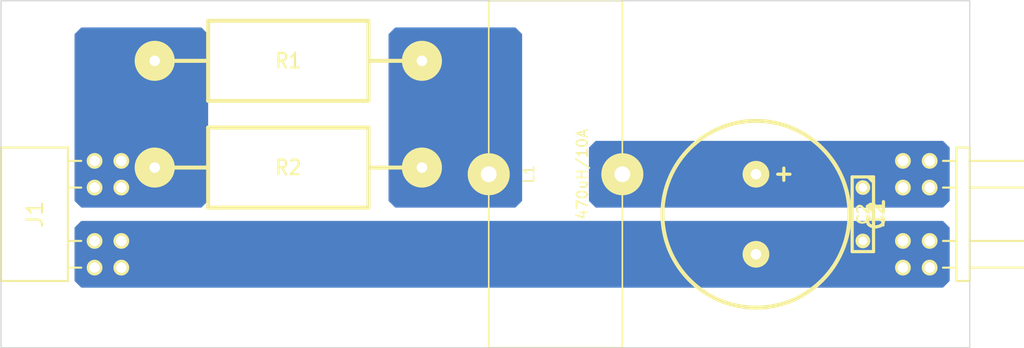
<source format=kicad_pcb>
(kicad_pcb (version 3) (host pcbnew "(2013-07-07 BZR 4022)-stable")

  (general
    (links 22)
    (no_connects 0)
    (area 28.220999 140.640999 128.104 174.319001)
    (thickness 1.6)
    (drawings 4)
    (tracks 28)
    (zones 0)
    (modules 7)
    (nets 5)
  )

  (page A4)
  (layers
    (15 F.Cu signal)
    (0 B.Cu signal)
    (16 B.Adhes user)
    (17 F.Adhes user)
    (18 B.Paste user)
    (19 F.Paste user)
    (20 B.SilkS user)
    (21 F.SilkS user)
    (22 B.Mask user)
    (23 F.Mask user)
    (24 Dwgs.User user)
    (25 Cmts.User user)
    (26 Eco1.User user)
    (27 Eco2.User user)
    (28 Edge.Cuts user)
  )

  (setup
    (last_trace_width 0.254)
    (user_trace_width 0.5)
    (user_trace_width 0.508)
    (user_trace_width 1)
    (user_trace_width 1.5)
    (user_trace_width 2)
    (user_trace_width 3)
    (user_trace_width 4)
    (user_trace_width 5)
    (trace_clearance 0.254)
    (zone_clearance 0.5)
    (zone_45_only no)
    (trace_min 0.254)
    (segment_width 0.2)
    (edge_width 0.1)
    (via_size 0.889)
    (via_drill 0.635)
    (via_min_size 0.889)
    (via_min_drill 0.508)
    (user_via 1.7 0.8)
    (uvia_size 0.508)
    (uvia_drill 0.127)
    (uvias_allowed no)
    (uvia_min_size 0.508)
    (uvia_min_drill 0.127)
    (pcb_text_width 0.3)
    (pcb_text_size 1.5 1.5)
    (mod_edge_width 0.15)
    (mod_text_size 1 1)
    (mod_text_width 0.15)
    (pad_size 2.2 2.2)
    (pad_drill 1.2)
    (pad_to_mask_clearance 0)
    (aux_axis_origin 0 0)
    (visible_elements 7FFFFFFF)
    (pcbplotparams
      (layerselection 3178497)
      (usegerberextensions true)
      (excludeedgelayer true)
      (linewidth 0.150000)
      (plotframeref false)
      (viasonmask false)
      (mode 1)
      (useauxorigin false)
      (hpglpennumber 1)
      (hpglpenspeed 20)
      (hpglpendiameter 15)
      (hpglpenoverlay 2)
      (psnegative false)
      (psa4output false)
      (plotreference true)
      (plotvalue true)
      (plotothertext true)
      (plotinvisibletext false)
      (padsonsilk false)
      (subtractmaskfromsilk false)
      (outputformat 1)
      (mirror false)
      (drillshape 1)
      (scaleselection 1)
      (outputdirectory ""))
  )

  (net 0 "")
  (net 1 GND)
  (net 2 N-000001)
  (net 3 N-000003)
  (net 4 N-000004)

  (net_class Default "This is the default net class."
    (clearance 0.254)
    (trace_width 0.254)
    (via_dia 0.889)
    (via_drill 0.635)
    (uvia_dia 0.508)
    (uvia_drill 0.127)
    (add_net "")
    (add_net GND)
    (add_net N-000001)
    (add_net N-000003)
    (add_net N-000004)
  )

  (module MD-TEST-HDR-M (layer F.Cu) (tedit 54D8F1D0) (tstamp 54D8F214)
    (at 115.57 161.29 90)
    (path /54D8E929)
    (fp_text reference J2 (at 0 -3.81 90) (layer F.SilkS)
      (effects (font (size 1.5 1.5) (thickness 0.2)))
    )
    (fp_text value OUT (at 0 11.43 90) (layer F.SilkS) hide
      (effects (font (size 1.5 1.5) (thickness 0.2)))
    )
    (fp_line (start -6.35 5.08) (end 6.35 5.08) (layer F.SilkS) (width 0.2))
    (fp_line (start -6.35 3.81) (end 6.35 3.81) (layer F.SilkS) (width 0.2))
    (fp_line (start -6.35 5.08) (end -6.35 3.81) (layer F.SilkS) (width 0.2))
    (fp_line (start 6.35 5.08) (end 6.35 3.81) (layer F.SilkS) (width 0.2))
    (fp_line (start -5.08 10.16) (end -5.08 5.08) (layer F.SilkS) (width 0.2))
    (fp_line (start -2.54 10.16) (end -2.54 5.08) (layer F.SilkS) (width 0.2))
    (fp_line (start 2.54 10.16) (end 2.54 5.08) (layer F.SilkS) (width 0.2))
    (fp_line (start 5.08 10.16) (end 5.08 5.08) (layer F.SilkS) (width 0.2))
    (fp_line (start -5.08 3.81) (end -5.08 2.54) (layer F.SilkS) (width 0.2))
    (fp_line (start -2.54 3.81) (end -2.54 2.54) (layer F.SilkS) (width 0.2))
    (fp_line (start 2.54 3.81) (end 2.54 2.54) (layer F.SilkS) (width 0.2))
    (fp_line (start 5.08 3.81) (end 5.08 2.54) (layer F.SilkS) (width 0.2))
    (pad 1 thru_hole circle (at -5.08 1.27 90) (size 1.5 1.5) (drill 1)
      (layers *.Cu *.Mask F.SilkS)
      (net 1 GND)
    )
    (pad 2 thru_hole circle (at -5.08 -1.27 90) (size 1.5 1.5) (drill 1)
      (layers *.Cu *.Mask F.SilkS)
      (net 1 GND)
    )
    (pad 3 thru_hole circle (at -2.54 1.27 90) (size 1.5 1.5) (drill 1)
      (layers *.Cu *.Mask F.SilkS)
      (net 1 GND)
    )
    (pad 4 thru_hole circle (at -2.54 -1.27 90) (size 1.5 1.5) (drill 1)
      (layers *.Cu *.Mask F.SilkS)
      (net 1 GND)
    )
    (pad 7 thru_hole circle (at 2.54 1.27 90) (size 1.5 1.5) (drill 1)
      (layers *.Cu *.Mask F.SilkS)
      (net 3 N-000003)
    )
    (pad 9 thru_hole circle (at 5.08 1.27 90) (size 1.5 1.5) (drill 1)
      (layers *.Cu *.Mask F.SilkS)
      (net 3 N-000003)
    )
    (pad 10 thru_hole circle (at 5.08 -1.27 90) (size 1.5 1.5) (drill 1)
      (layers *.Cu *.Mask F.SilkS)
      (net 3 N-000003)
    )
    (pad 8 thru_hole circle (at 2.54 -1.27 90) (size 1.5 1.5) (drill 1)
      (layers *.Cu *.Mask F.SilkS)
      (net 3 N-000003)
    )
  )

  (module MD-TEST-HDR-F (layer F.Cu) (tedit 54D8E895) (tstamp 54D8F228)
    (at 38.735 161.29 90)
    (path /54D8E91A)
    (fp_text reference J1 (at 0 -6.95 90) (layer F.SilkS)
      (effects (font (size 1.5 1.5) (thickness 0.2)))
    )
    (fp_text value IN (at 0 3.81 90) (layer F.SilkS) hide
      (effects (font (size 1.5 1.5) (thickness 0.2)))
    )
    (fp_line (start 6.35 -10.16) (end -6.35 -10.16) (layer F.SilkS) (width 0.2))
    (fp_line (start -6.35 -3.81) (end 6.35 -3.81) (layer F.SilkS) (width 0.2))
    (fp_line (start 5.08 -3.81) (end 5.08 -2.54) (layer F.SilkS) (width 0.2))
    (fp_line (start 2.54 -3.81) (end 2.54 -2.54) (layer F.SilkS) (width 0.2))
    (fp_line (start -2.54 -3.81) (end -2.54 -2.54) (layer F.SilkS) (width 0.2))
    (fp_line (start -5.08 -3.81) (end -5.08 -2.54) (layer F.SilkS) (width 0.2))
    (fp_line (start 6.35 -10.16) (end 6.35 -3.81) (layer F.SilkS) (width 0.2))
    (fp_line (start -6.35 -3.81) (end -6.35 -10.16) (layer F.SilkS) (width 0.2))
    (pad 1 thru_hole circle (at -5.08 -1.27 90) (size 1.5 1.5) (drill 1)
      (layers *.Cu *.Mask F.SilkS)
      (net 1 GND)
    )
    (pad 2 thru_hole circle (at -5.08 1.27 90) (size 1.5 1.5) (drill 1)
      (layers *.Cu *.Mask F.SilkS)
      (net 1 GND)
    )
    (pad 3 thru_hole circle (at -2.54 -1.27 90) (size 1.5 1.5) (drill 1)
      (layers *.Cu *.Mask F.SilkS)
      (net 1 GND)
    )
    (pad 4 thru_hole circle (at -2.54 1.27 90) (size 1.5 1.5) (drill 1)
      (layers *.Cu *.Mask F.SilkS)
      (net 1 GND)
    )
    (pad 7 thru_hole circle (at 2.54 -1.27 90) (size 1.5 1.5) (drill 1)
      (layers *.Cu *.Mask F.SilkS)
      (net 4 N-000004)
    )
    (pad 8 thru_hole circle (at 2.54 1.27 90) (size 1.5 1.5) (drill 1)
      (layers *.Cu *.Mask F.SilkS)
      (net 4 N-000004)
    )
    (pad 9 thru_hole circle (at 5.08 -1.27 90) (size 1.5 1.5) (drill 1)
      (layers *.Cu *.Mask F.SilkS)
      (net 4 N-000004)
    )
    (pad 10 thru_hole circle (at 5.08 1.27 90) (size 1.5 1.5) (drill 1)
      (layers *.Cu *.Mask F.SilkS)
      (net 4 N-000004)
    )
  )

  (module L-TOROID-D35X5 (layer F.Cu) (tedit 54D8F03E) (tstamp 54D8F232)
    (at 81.28 157.48 90)
    (path /54967ABF)
    (fp_text reference L1 (at 0 -2.54 90) (layer F.SilkS)
      (effects (font (size 1 1) (thickness 0.15)))
    )
    (fp_text value 470uH/10A (at 0 2.54 90) (layer F.SilkS)
      (effects (font (size 1 1) (thickness 0.15)))
    )
    (fp_line (start -16.51 -6.35) (end 16.51 -6.35) (layer F.SilkS) (width 0.15))
    (fp_line (start 16.51 -6.35) (end 16.51 6.35) (layer F.SilkS) (width 0.15))
    (fp_line (start 16.51 6.35) (end -16.51 6.35) (layer F.SilkS) (width 0.15))
    (fp_line (start -16.51 6.35) (end -16.51 -6.35) (layer F.SilkS) (width 0.15))
    (pad 1 thru_hole circle (at 0 -6.35 90) (size 4 4) (drill 1.5)
      (layers *.Cu *.Mask F.SilkS)
      (net 2 N-000001)
    )
    (pad 2 thru_hole circle (at 0 6.35 90) (size 4 4) (drill 1.5)
      (layers *.Cu *.Mask F.SilkS)
      (net 3 N-000003)
    )
  )

  (module C3P_D7 (layer F.Cu) (tedit 4AD8E8B8) (tstamp 54D8F23A)
    (at 100.33 161.29 270)
    (path /54C3562D)
    (fp_text reference C1 (at 0 -11.43 270) (layer F.SilkS)
      (effects (font (size 1.524 1.524) (thickness 0.3048)))
    )
    (fp_text value 1000uF/63V (at 0 10.16 270) (layer F.SilkS) hide
      (effects (font (size 1.524 1.524) (thickness 0.3048)))
    )
    (fp_text user + (at -3.81 -2.54 270) (layer F.SilkS)
      (effects (font (size 1.524 1.524) (thickness 0.3048)))
    )
    (fp_circle (center 0 0) (end 8.89 0) (layer F.SilkS) (width 0.381))
    (pad 1 thru_hole circle (at -3.81 0 270) (size 2.54 2.54) (drill 1.00076)
      (layers *.Cu *.Mask F.SilkS)
      (net 3 N-000003)
    )
    (pad 2 thru_hole circle (at 3.81 0 270) (size 2.54 2.54) (drill 1.00076)
      (layers *.Cu *.Mask F.SilkS)
      (net 1 GND)
    )
  )

  (module C2 (layer F.Cu) (tedit 200000) (tstamp 54D8F245)
    (at 110.49 161.29 270)
    (descr "Condensateur = 2 pas")
    (tags C)
    (path /54CB0314)
    (fp_text reference C2 (at 0 0 270) (layer F.SilkS)
      (effects (font (size 1.016 1.016) (thickness 0.2032)))
    )
    (fp_text value 10nF/100V (at 0 0 270) (layer F.SilkS) hide
      (effects (font (size 1.016 1.016) (thickness 0.2032)))
    )
    (fp_line (start -3.556 -1.016) (end 3.556 -1.016) (layer F.SilkS) (width 0.3048))
    (fp_line (start 3.556 -1.016) (end 3.556 1.016) (layer F.SilkS) (width 0.3048))
    (fp_line (start 3.556 1.016) (end -3.556 1.016) (layer F.SilkS) (width 0.3048))
    (fp_line (start -3.556 1.016) (end -3.556 -1.016) (layer F.SilkS) (width 0.3048))
    (fp_line (start -3.556 -0.508) (end -3.048 -1.016) (layer F.SilkS) (width 0.3048))
    (pad 1 thru_hole circle (at -2.54 0 270) (size 1.397 1.397) (drill 0.8128)
      (layers *.Cu *.Mask F.SilkS)
      (net 3 N-000003)
    )
    (pad 2 thru_hole circle (at 2.54 0 270) (size 1.397 1.397) (drill 0.8128)
      (layers *.Cu *.Mask F.SilkS)
      (net 1 GND)
    )
    (model discret/capa_2pas_5x5mm.wrl
      (at (xyz 0 0 0))
      (scale (xyz 1 1 1))
      (rotate (xyz 0 0 0))
    )
  )

  (module R10 (layer F.Cu) (tedit 4ACCE901) (tstamp 54DEAFA4)
    (at 55.88 146.685)
    (descr "Resistor 10 mil")
    (tags R)
    (path /54DE48A7)
    (autoplace_cost180 10)
    (fp_text reference R1 (at 0 0) (layer F.SilkS)
      (effects (font (size 1.397 1.27) (thickness 0.2032)))
    )
    (fp_text value 0R1/5W (at 0 5.08) (layer F.SilkS) hide
      (effects (font (size 1.397 1.27) (thickness 0.2032)))
    )
    (fp_line (start -7.62 0) (end -11.43 0) (layer F.SilkS) (width 0.381))
    (fp_line (start 7.62 0) (end 11.43 0) (layer F.SilkS) (width 0.381))
    (fp_line (start 7.62 3.81) (end -7.62 3.81) (layer F.SilkS) (width 0.381))
    (fp_line (start -7.62 -3.81) (end 7.62 -3.81) (layer F.SilkS) (width 0.381))
    (fp_line (start 7.62 -3.81) (end 7.62 3.81) (layer F.SilkS) (width 0.381))
    (fp_line (start -7.62 3.81) (end -7.62 -3.81) (layer F.SilkS) (width 0.381))
    (pad 1 thru_hole circle (at -12.7 0) (size 3.81 3.81) (drill 1.00076)
      (layers *.Cu *.Mask F.SilkS)
      (net 4 N-000004)
    )
    (pad 2 thru_hole circle (at 12.7 0) (size 3.81 3.81) (drill 1.00076)
      (layers *.Cu *.Mask F.SilkS)
      (net 2 N-000001)
    )
    (model discret/resistor.wrl
      (at (xyz 0 0 0))
      (scale (xyz 1 1 1))
      (rotate (xyz 0 0 0))
    )
  )

  (module R10 (layer F.Cu) (tedit 4ACCE901) (tstamp 54DE6169)
    (at 55.88 156.845)
    (descr "Resistor 10 mil")
    (tags R)
    (path /54DE6136)
    (autoplace_cost180 10)
    (fp_text reference R2 (at 0 0) (layer F.SilkS)
      (effects (font (size 1.397 1.27) (thickness 0.2032)))
    )
    (fp_text value 0R1/5W (at 0 5.08) (layer F.SilkS) hide
      (effects (font (size 1.397 1.27) (thickness 0.2032)))
    )
    (fp_line (start -7.62 0) (end -11.43 0) (layer F.SilkS) (width 0.381))
    (fp_line (start 7.62 0) (end 11.43 0) (layer F.SilkS) (width 0.381))
    (fp_line (start 7.62 3.81) (end -7.62 3.81) (layer F.SilkS) (width 0.381))
    (fp_line (start -7.62 -3.81) (end 7.62 -3.81) (layer F.SilkS) (width 0.381))
    (fp_line (start 7.62 -3.81) (end 7.62 3.81) (layer F.SilkS) (width 0.381))
    (fp_line (start -7.62 3.81) (end -7.62 -3.81) (layer F.SilkS) (width 0.381))
    (pad 1 thru_hole circle (at -12.7 0) (size 3.81 3.81) (drill 1.00076)
      (layers *.Cu *.Mask F.SilkS)
      (net 4 N-000004)
    )
    (pad 2 thru_hole circle (at 12.7 0) (size 3.81 3.81) (drill 1.00076)
      (layers *.Cu *.Mask F.SilkS)
      (net 2 N-000001)
    )
    (model discret/resistor.wrl
      (at (xyz 0 0 0))
      (scale (xyz 1 1 1))
      (rotate (xyz 0 0 0))
    )
  )

  (gr_line (start 28.575 173.99) (end 120.65 173.99) (angle 90) (layer Edge.Cuts) (width 0.1))
  (gr_line (start 120.65 140.97) (end 28.575 140.97) (angle 90) (layer Edge.Cuts) (width 0.1))
  (gr_line (start 28.575 173.99) (end 28.575 140.97) (angle 90) (layer Edge.Cuts) (width 0.1))
  (gr_line (start 120.65 140.97) (end 120.65 173.99) (angle 90) (layer Edge.Cuts) (width 0.1))

  (segment (start 100.33 165.1) (end 41.275 165.1) (width 0.254) (layer B.Cu) (net 1))
  (segment (start 41.275 165.1) (end 40.005 163.83) (width 0.254) (layer B.Cu) (net 1) (tstamp 54DE624C))
  (segment (start 40.005 163.83) (end 37.465 163.83) (width 0.254) (layer B.Cu) (net 1) (tstamp 54DE624E))
  (segment (start 37.465 163.83) (end 37.465 166.37) (width 0.254) (layer B.Cu) (net 1) (tstamp 54DE6250))
  (segment (start 37.465 166.37) (end 40.005 166.37) (width 0.254) (layer B.Cu) (net 1) (tstamp 54DE6251))
  (segment (start 114.3 163.83) (end 116.84 166.37) (width 0.254) (layer B.Cu) (net 1))
  (segment (start 110.49 163.83) (end 114.3 163.83) (width 0.254) (layer B.Cu) (net 1))
  (segment (start 114.3 163.83) (end 114.3 166.37) (width 0.254) (layer B.Cu) (net 1) (tstamp 54D9420D))
  (segment (start 114.3 166.37) (end 114.3 163.83) (width 0.254) (layer B.Cu) (net 1) (tstamp 54D9420E))
  (segment (start 114.3 163.83) (end 116.84 163.83) (width 0.254) (layer B.Cu) (net 1) (tstamp 54D9420F))
  (segment (start 100.33 165.1) (end 109.22 165.1) (width 0.254) (layer B.Cu) (net 1))
  (segment (start 109.22 165.1) (end 110.49 163.83) (width 0.254) (layer B.Cu) (net 1) (tstamp 54D94208))
  (segment (start 68.58 156.845) (end 68.58 146.685) (width 0.254) (layer B.Cu) (net 2))
  (segment (start 74.93 157.48) (end 69.215 157.48) (width 0.254) (layer B.Cu) (net 2))
  (segment (start 69.215 157.48) (end 68.58 156.845) (width 0.254) (layer B.Cu) (net 2) (tstamp 54DE623B))
  (segment (start 100.33 157.48) (end 109.22 157.48) (width 0.254) (layer B.Cu) (net 3))
  (segment (start 109.22 157.48) (end 110.49 158.75) (width 0.254) (layer B.Cu) (net 3) (tstamp 54D94235))
  (segment (start 87.63 157.48) (end 100.33 157.48) (width 0.254) (layer B.Cu) (net 3))
  (segment (start 114.3 158.75) (end 116.84 156.21) (width 0.254) (layer B.Cu) (net 3))
  (segment (start 114.3 158.75) (end 116.84 158.75) (width 0.254) (layer B.Cu) (net 3))
  (segment (start 114.3 158.75) (end 114.3 156.21) (width 0.254) (layer B.Cu) (net 3))
  (segment (start 110.49 158.75) (end 114.3 158.75) (width 0.254) (layer B.Cu) (net 3))
  (segment (start 43.18 146.685) (end 43.18 156.845) (width 0.254) (layer B.Cu) (net 4))
  (segment (start 37.465 156.21) (end 37.465 158.75) (width 0.254) (layer B.Cu) (net 4))
  (segment (start 37.465 158.75) (end 40.005 158.75) (width 0.254) (layer B.Cu) (net 4) (tstamp 54DE621A))
  (segment (start 40.005 158.75) (end 40.005 156.21) (width 0.254) (layer B.Cu) (net 4) (tstamp 54DE621B))
  (segment (start 40.005 156.21) (end 40.64 156.845) (width 0.254) (layer B.Cu) (net 4) (tstamp 54DE621D))
  (segment (start 40.64 156.845) (end 43.18 156.845) (width 0.254) (layer B.Cu) (net 4) (tstamp 54DE621F))

  (zone (net 2) (net_name N-000001) (layer B.Cu) (tstamp 54D98370) (hatch edge 0.508)
    (connect_pads yes (clearance 0.5))
    (min_thickness 0.254)
    (fill (arc_segments 16) (thermal_gap 0.508) (thermal_bridge_width 0.508))
    (polygon
      (pts
        (xy 78.105 160.02) (xy 77.47 160.655) (xy 66.04 160.655) (xy 65.405 160.02) (xy 65.405 144.145)
        (xy 66.04 143.51) (xy 77.47 143.51) (xy 78.105 144.145)
      )
    )
    (filled_polygon
      (pts
        (xy 77.978 159.967395) (xy 77.417395 160.528) (xy 66.092605 160.528) (xy 65.532 159.967395) (xy 65.532 144.197605)
        (xy 66.092605 143.637) (xy 77.417395 143.637) (xy 77.978 144.197605) (xy 77.978 159.967395)
      )
    )
  )
  (zone (net 3) (net_name N-000003) (layer B.Cu) (tstamp 54D9839C) (hatch edge 0.508)
    (connect_pads yes (clearance 0.5))
    (min_thickness 0.254)
    (fill (arc_segments 16) (thermal_gap 0.508) (thermal_bridge_width 0.508))
    (polygon
      (pts
        (xy 118.745 160.02) (xy 118.11 160.655) (xy 85.09 160.655) (xy 84.455 160.02) (xy 84.455 154.94)
        (xy 85.09 154.305) (xy 118.11 154.305) (xy 118.745 154.94)
      )
    )
    (filled_polygon
      (pts
        (xy 118.618 159.967395) (xy 118.057395 160.528) (xy 85.142605 160.528) (xy 84.582 159.967395) (xy 84.582 154.992605)
        (xy 85.142605 154.432) (xy 118.057395 154.432) (xy 118.618 154.992605) (xy 118.618 159.967395)
      )
    )
  )
  (zone (net 1) (net_name GND) (layer B.Cu) (tstamp 54D983DF) (hatch edge 0.508)
    (connect_pads yes (clearance 0.5))
    (min_thickness 0.254)
    (fill (arc_segments 16) (thermal_gap 0.508) (thermal_bridge_width 0.508))
    (polygon
      (pts
        (xy 118.745 167.64) (xy 118.11 168.275) (xy 36.195 168.275) (xy 35.56 167.64) (xy 35.56 162.56)
        (xy 36.195 161.925) (xy 118.11 161.925) (xy 118.745 162.56)
      )
    )
    (filled_polygon
      (pts
        (xy 118.618 167.587395) (xy 118.057395 168.148) (xy 36.247605 168.148) (xy 35.687 167.587395) (xy 35.687 162.612605)
        (xy 36.247605 162.052) (xy 118.057395 162.052) (xy 118.618 162.612605) (xy 118.618 167.587395)
      )
    )
  )
  (zone (net 4) (net_name N-000004) (layer B.Cu) (tstamp 54D98370) (hatch edge 0.508)
    (connect_pads yes (clearance 0.5))
    (min_thickness 0.254)
    (fill (arc_segments 16) (thermal_gap 0.508) (thermal_bridge_width 0.508))
    (polygon
      (pts
        (xy 48.26 160.02) (xy 47.625 160.655) (xy 36.195 160.655) (xy 35.56 160.02) (xy 35.56 144.145)
        (xy 36.195 143.51) (xy 47.625 143.51) (xy 48.26 144.145)
      )
    )
    (filled_polygon
      (pts
        (xy 48.133 159.967395) (xy 47.572395 160.528) (xy 36.247605 160.528) (xy 35.687 159.967395) (xy 35.687 144.197605)
        (xy 36.247605 143.637) (xy 47.572395 143.637) (xy 48.133 144.197605) (xy 48.133 159.967395)
      )
    )
  )
)

</source>
